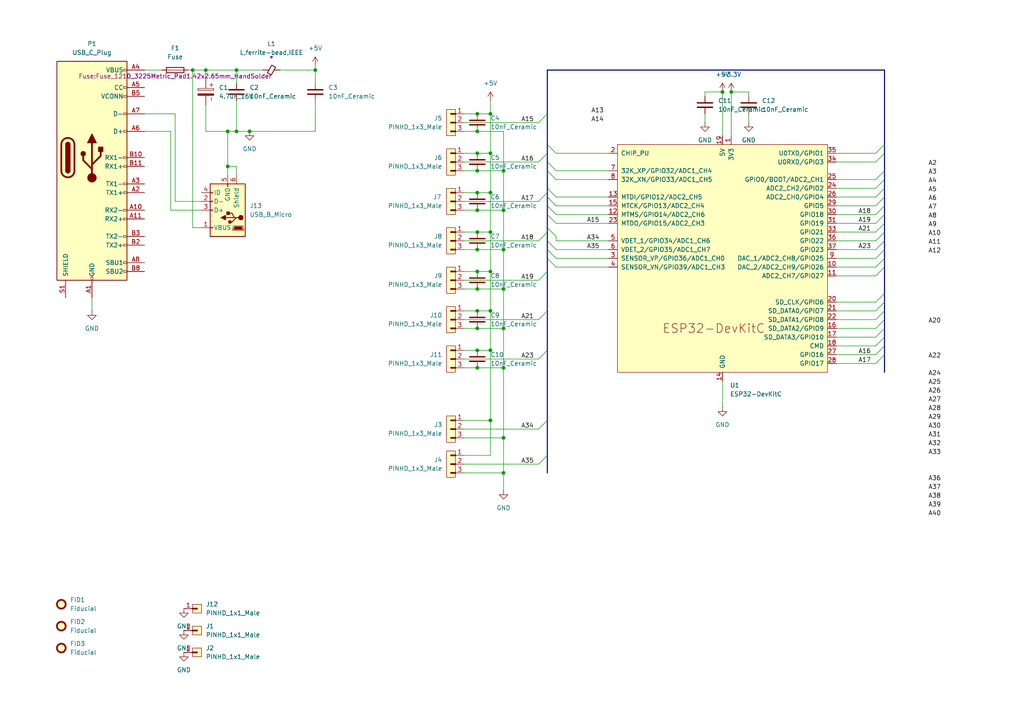
<source format=kicad_sch>
(kicad_sch (version 20231120) (generator "eeschema") (generator_version "8.0")
  (paper "A4")
  (lib_symbols
    (symbol "Connector:USB_B_Micro" (pin_names (offset 1.016))
      (property "Reference" "J" (at -5.08 11.43 0))
      (property "Value" "USB_B_Micro" (at -5.08 8.89 0))
      (symbol "USB_B_Micro_0_1"
        (rectangle (start -5.08 -7.62) (end 5.08 7.62) (stroke (width 0.254)) (fill (type background)))
        (circle (center -3.81 2.159) (radius 0.635) (stroke (width 0.254)) (fill (type outline)))
        (circle (center -0.635 3.429) (radius 0.381) (stroke (width 0.254)) (fill (type outline)))
        (rectangle (start -0.127 -7.62) (end 0.127 -6.858))
        (polyline (pts (xy -1.905 2.159) (xy 0.635 2.159)) (stroke (width 0.254)))
        (polyline (pts (xy -3.175 2.159) (xy -2.54 2.159) (xy -1.27 3.429) (xy -0.635 3.429)) (stroke (width 0.254)))
        (polyline (pts (xy -2.54 2.159) (xy -1.905 2.159) (xy -1.27 0.889) (xy 0 0.889)) (stroke (width 0.254)))
        (polyline (pts (xy 0.635 2.794) (xy 0.635 1.524) (xy 1.905 2.159) (xy 0.635 2.794)) (stroke (width 0.254)) (fill (type outline)))
        (polyline (pts (xy -4.318 5.588) (xy -1.778 5.588) (xy -2.032 4.826) (xy -4.064 4.826) (xy -4.318 5.588)) (fill (type outline)))
        (polyline (pts (xy -4.699 5.842) (xy -4.699 5.588) (xy -4.445 4.826) (xy -4.445 4.572) (xy -1.651 4.572) (xy -1.651 4.826) (xy -1.397 5.588) (xy -1.397 5.842) (xy -4.699 5.842)))
        (rectangle (start 0.254 1.27) (end -0.508 0.508) (stroke (width 0.254)) (fill (type outline)))
        (rectangle (start 5.08 -5.207) (end 4.318 -4.953))
        (rectangle (start 5.08 -2.667) (end 4.318 -2.413))
        (rectangle (start 5.08 -0.127) (end 4.318 0.127))
        (rectangle (start 5.08 4.953) (end 4.318 5.207))
      )
      (symbol "USB_B_Micro_1_1"
        (pin power_out line (at 7.62 5.08 180) (length 2.54) (name "VBUS") (number "1"))
        (pin bidirectional line (at 7.62 -2.54 180) (length 2.54) (name "D-") (number "2"))
        (pin bidirectional line (at 7.62 0 180) (length 2.54) (name "D+") (number "3"))
        (pin passive line (at 7.62 -5.08 180) (length 2.54) (name "ID") (number "4"))
        (pin power_out line (at 0 -10.16 90) (length 2.54) (name "GND") (number "5"))
        (pin passive line (at -2.54 -10.16 90) (length 2.54) (name "Shield") (number "6"))
      )
    )
    (symbol "Connector:USB_C_Plug" (pin_names (offset 1.016))
      (property "Reference" "P" (at -10.16 29.21 0))
      (property "Value" "USB_C_Plug" (at 10.16 29.21 0))
      (symbol "USB_C_Plug_0_0"
        (rectangle (start -0.254 -35.56) (end 0.254 -34.544))
        (rectangle (start 10.16 -32.766) (end 9.144 -33.274))
        (rectangle (start 10.16 -30.226) (end 9.144 -30.734))
        (rectangle (start 10.16 -25.146) (end 9.144 -25.654))
        (rectangle (start 10.16 -22.606) (end 9.144 -23.114))
        (rectangle (start 10.16 -17.526) (end 9.144 -18.034))
        (rectangle (start 10.16 -14.986) (end 9.144 -15.494))
        (rectangle (start 10.16 -9.906) (end 9.144 -10.414))
        (rectangle (start 10.16 -7.366) (end 9.144 -7.874))
        (rectangle (start 10.16 -2.286) (end 9.144 -2.794))
        (rectangle (start 10.16 0.254) (end 9.144 -0.254))
        (rectangle (start 10.16 7.874) (end 9.144 7.366))
        (rectangle (start 10.16 12.954) (end 9.144 12.446))
        (rectangle (start 10.16 18.034) (end 9.144 17.526))
        (rectangle (start 10.16 20.574) (end 9.144 20.066))
        (rectangle (start 10.16 25.654) (end 9.144 25.146))
      )
      (symbol "USB_C_Plug_0_1"
        (rectangle (start -10.16 27.94) (end 10.16 -35.56) (stroke (width 0.254)) (fill (type background)))
        (arc (start -8.89 -3.81) (mid -6.985 -5.7067) (end -5.08 -3.81) (stroke (width 0.508)))
        (arc (start -7.62 -3.81) (mid -6.985 -4.4423) (end -6.35 -3.81) (stroke (width 0.254)))
        (arc (start -7.62 -3.81) (mid -6.985 -4.4423) (end -6.35 -3.81) (stroke (width 0.254)) (fill (type outline)))
        (rectangle (start -7.62 -3.81) (end -6.35 3.81) (stroke (width 0.254)) (fill (type outline)))
        (arc (start -6.35 3.81) (mid -6.985 4.4423) (end -7.62 3.81) (stroke (width 0.254)))
        (arc (start -6.35 3.81) (mid -6.985 4.4423) (end -7.62 3.81) (stroke (width 0.254)) (fill (type outline)))
        (arc (start -5.08 3.81) (mid -6.985 5.7067) (end -8.89 3.81) (stroke (width 0.508)))
        (polyline (pts (xy -8.89 -3.81) (xy -8.89 3.81)) (stroke (width 0.508)))
        (polyline (pts (xy -5.08 3.81) (xy -5.08 -3.81)) (stroke (width 0.508)))
      )
      (symbol "USB_C_Plug_1_1"
        (circle (center -2.54 1.143) (radius 0.635) (stroke (width 0.254)) (fill (type outline)))
        (circle (center 0 -5.842) (radius 1.27) (fill (type outline)))
        (polyline (pts (xy 0 -5.842) (xy 0 4.318)) (stroke (width 0.508)))
        (polyline (pts (xy 0 -3.302) (xy -2.54 -0.762) (xy -2.54 0.508)) (stroke (width 0.508)))
        (polyline (pts (xy 0 -2.032) (xy 2.54 0.508) (xy 2.54 1.778)) (stroke (width 0.508)))
        (polyline (pts (xy -1.27 4.318) (xy 0 6.858) (xy 1.27 4.318) (xy -1.27 4.318)) (stroke (width 0.254)) (fill (type outline)))
        (rectangle (start 1.905 1.778) (end 3.175 3.048) (stroke (width 0.254)) (fill (type outline)))
        (pin passive line (at 0 -40.64 90) (length 5.08) (name "GND") (number "A1"))
        (pin bidirectional line (at 15.24 -15.24 180) (length 5.08) (name "RX2-") (number "A10"))
        (pin bidirectional line (at 15.24 -17.78 180) (length 5.08) (name "RX2+") (number "A11"))
        (pin passive line (at 0 -40.64 90) (length 5.08) hide (name "GND") (number "A12"))
        (pin bidirectional line (at 15.24 -10.16 180) (length 5.08) (name "TX1+") (number "A2"))
        (pin bidirectional line (at 15.24 -7.62 180) (length 5.08) (name "TX1-") (number "A3"))
        (pin passive line (at 15.24 25.4 180) (length 5.08) (name "VBUS") (number "A4"))
        (pin bidirectional line (at 15.24 20.32 180) (length 5.08) (name "CC") (number "A5"))
        (pin bidirectional line (at 15.24 7.62 180) (length 5.08) (name "D+") (number "A6"))
        (pin bidirectional line (at 15.24 12.7 180) (length 5.08) (name "D-") (number "A7"))
        (pin bidirectional line (at 15.24 -30.48 180) (length 5.08) (name "SBU1") (number "A8"))
        (pin passive line (at 15.24 25.4 180) (length 5.08) hide (name "VBUS") (number "A9"))
        (pin passive line (at 0 -40.64 90) (length 5.08) hide (name "GND") (number "B1"))
        (pin bidirectional line (at 15.24 0 180) (length 5.08) (name "RX1-") (number "B10"))
        (pin bidirectional line (at 15.24 -2.54 180) (length 5.08) (name "RX1+") (number "B11"))
        (pin passive line (at 0 -40.64 90) (length 5.08) hide (name "GND") (number "B12"))
        (pin bidirectional line (at 15.24 -25.4 180) (length 5.08) (name "TX2+") (number "B2"))
        (pin bidirectional line (at 15.24 -22.86 180) (length 5.08) (name "TX2-") (number "B3"))
        (pin passive line (at 15.24 25.4 180) (length 5.08) hide (name "VBUS") (number "B4"))
        (pin bidirectional line (at 15.24 17.78 180) (length 5.08) (name "VCONN") (number "B5"))
        (pin bidirectional line (at 15.24 -33.02 180) (length 5.08) (name "SBU2") (number "B8"))
        (pin passive line (at 15.24 25.4 180) (length 5.08) hide (name "VBUS") (number "B9"))
        (pin passive line (at -7.62 -40.64 90) (length 5.08) (name "SHIELD") (number "S1"))
      )
    )
    (symbol "Device:Fuse" (pin_numbers hide) (pin_names (offset 0))
      (property "Reference" "F" (at 2.032 0 90))
      (property "Value" "Fuse" (at -1.905 0 90))
      (symbol "Fuse_0_1"
        (rectangle (start -0.762 -2.54) (end 0.762 2.54) (stroke (width 0.254)))
        (polyline (pts (xy 0 2.54) (xy 0 -2.54)))
      )
      (symbol "Fuse_1_1"
        (pin passive line (at 0 3.81 270) (length 1.27) (name "~") (number "1"))
        (pin passive line (at 0 -3.81 90) (length 1.27) (name "~") (number "2"))
      )
    )
    (symbol "Mechanical:Fiducial" (exclude_from_sim yes) (in_bom no)
      (property "Reference" "FID" (at 0 5.08 0))
      (property "Value" "Fiducial" (at 0 3.175 0))
      (symbol "Fiducial_0_1"
        (circle (center 0 0) (radius 1.27) (stroke (width 0.508)) (fill (type background)))
      )
    )
    (symbol "PCM_Espressif:ESP32-DevKitC" (pin_names (offset 1.016))
      (property "Reference" "U" (at -30.48 38.1 0))
      (property "Value" "ESP32-DevKitC" (at -30.48 35.56 0))
      (symbol "ESP32-DevKitC_0_0"
        (text "ESP32-DevKitC" (at -2.54 -20.32 0) (effects (font (size 2.54 2.54))))
        (pin power_in line (at 0 -35.56 90) (length 2.54) (name "GND") (number "14"))
        (pin power_in line (at 0 35.56 270) (length 2.54) (name "5V") (number "19"))
      )
      (symbol "ESP32-DevKitC_0_1"
        (rectangle (start -30.48 33.02) (end 30.48 -33.02) (fill (type background)))
      )
      (symbol "ESP32-DevKitC_1_1"
        (pin power_in line (at 2.54 35.56 270) (length 2.54) (name "3V3") (number "1"))
        (pin bidirectional line (at 33.02 -2.54 180) (length 2.54) (name "DAC_2/ADC2_CH9/GPIO26") (number "10"))
        (pin bidirectional line (at 33.02 -5.08 180) (length 2.54) (name "ADC2_CH7/GPIO27") (number "11"))
        (pin bidirectional line (at -33.02 12.7 0) (length 2.54) (name "MTMS/GPIO14/ADC2_CH6") (number "12"))
        (pin bidirectional line (at -33.02 17.78 0) (length 2.54) (name "MTDI/GPIO12/ADC2_CH5") (number "13"))
        (pin bidirectional line (at -33.02 15.24 0) (length 2.54) (name "MTCK/GPIO13/ADC2_CH4") (number "15"))
        (pin bidirectional line (at 33.02 -20.32 180) (length 2.54) (name "SD_DATA2/GPIO9") (number "16"))
        (pin bidirectional line (at 33.02 -22.86 180) (length 2.54) (name "SD_DATA3/GPIO10") (number "17"))
        (pin bidirectional line (at 33.02 -25.4 180) (length 2.54) (name "CMD") (number "18"))
        (pin input line (at -33.02 30.48 0) (length 2.54) (name "CHIP_PU") (number "2"))
        (pin bidirectional line (at 33.02 -12.7 180) (length 2.54) (name "SD_CLK/GPIO6") (number "20"))
        (pin bidirectional line (at 33.02 -15.24 180) (length 2.54) (name "SD_DATA0/GPIO7") (number "21"))
        (pin bidirectional line (at 33.02 -17.78 180) (length 2.54) (name "SD_DATA1/GPIO8") (number "22"))
        (pin bidirectional line (at -33.02 10.16 0) (length 2.54) (name "MTDO/GPIO15/ADC2_CH3") (number "23"))
        (pin bidirectional line (at 33.02 20.32 180) (length 2.54) (name "ADC2_CH2/GPIO2") (number "24"))
        (pin bidirectional line (at 33.02 22.86 180) (length 2.54) (name "GPIO0/BOOT/ADC2_CH1") (number "25"))
        (pin bidirectional line (at 33.02 17.78 180) (length 2.54) (name "ADC2_CH0/GPIO4") (number "26"))
        (pin bidirectional line (at 33.02 -27.94 180) (length 2.54) (name "GPIO16") (number "27"))
        (pin bidirectional line (at 33.02 -30.48 180) (length 2.54) (name "GPIO17") (number "28"))
        (pin bidirectional line (at 33.02 15.24 180) (length 2.54) (name "GPIO5") (number "29"))
        (pin input line (at -33.02 0 0) (length 2.54) (name "SENSOR_VP/GPIO36/ADC1_CH0") (number "3"))
        (pin bidirectional line (at 33.02 12.7 180) (length 2.54) (name "GPIO18") (number "30"))
        (pin bidirectional line (at 33.02 10.16 180) (length 2.54) (name "GPIO19") (number "31"))
        (pin passive line (at 0 -35.56 90) (length 2.54) hide (name "GND") (number "32"))
        (pin bidirectional line (at 33.02 7.62 180) (length 2.54) (name "GPIO21") (number "33"))
        (pin bidirectional line (at 33.02 27.94 180) (length 2.54) (name "U0RXD/GPIO3") (number "34"))
        (pin bidirectional line (at 33.02 30.48 180) (length 2.54) (name "U0TXD/GPIO1") (number "35"))
        (pin bidirectional line (at 33.02 5.08 180) (length 2.54) (name "GPIO22") (number "36"))
        (pin bidirectional line (at 33.02 2.54 180) (length 2.54) (name "GPIO23") (number "37"))
        (pin passive line (at 0 -35.56 90) (length 2.54) hide (name "GND") (number "38"))
        (pin input line (at -33.02 -2.54 0) (length 2.54) (name "SENSOR_VN/GPIO39/ADC1_CH3") (number "4"))
        (pin input line (at -33.02 5.08 0) (length 2.54) (name "VDET_1/GPIO34/ADC1_CH6") (number "5"))
        (pin input line (at -33.02 2.54 0) (length 2.54) (name "VDET_2/GPIO35/ADC1_CH7") (number "6"))
        (pin bidirectional line (at -33.02 25.4 0) (length 2.54) (name "32K_XP/GPIO32/ADC1_CH4") (number "7"))
        (pin bidirectional line (at -33.02 22.86 0) (length 2.54) (name "32K_XN/GPIO33/ADC1_CH5") (number "8"))
        (pin bidirectional line (at 33.02 0 180) (length 2.54) (name "DAC_1/ADC2_CH8/GPIO25") (number "9"))
      )
    )
    (symbol "PCM_Generic-50:L,ferrite-bead,IEEE" (pin_numbers hide) (pin_names (offset 0) hide)
      (property "Reference" "L" (at 1.27 -1.905 90))
      (property "Value" "L,ferrite-bead,IEEE" (at -1.27 -1.905 90))
      (property "Indicator" "●" (at -0.635 1.905 90))
      (symbol "L,ferrite-bead,IEEE_1_1"
        (polyline (pts (xy -1.4224 0.0762) (xy -0.7874 1.1938) (xy 1.4224 -0.0762) (xy 0.7874 -1.1938) (xy -1.4224 0.0762)) (stroke (width 0.254)))
        (pin passive line (at 0 2.54 270) (length 1.778) (name "+") (number "1"))
        (pin passive line (at 0 -2.54 90) (length 1.778) (name "-") (number "2"))
      )
    )
    (symbol "PCM_SL_Capacitors:10nF_Ceramic"
      (property "Reference" "C" (at 0 6.35 0))
      (property "Value" "10nF_Ceramic" (at 0 3.81 0))
      (symbol "10nF_Ceramic_0_1"
        (rectangle (start -0.762 2.286) (end -0.508 -2.286) (fill (type outline)))
        (rectangle (start 0.508 2.286) (end 0.762 -2.286) (fill (type outline)))
      )
      (symbol "10nF_Ceramic_1_1"
        (pin passive line (at -2.54 0 0) (length 2) (name "~") (number "1"))
        (pin input line (at 2.54 0 180) (length 2) (name "~") (number "2"))
      )
    )
    (symbol "PCM_SL_Capacitors:4.7uF_16V"
      (property "Reference" "C" (at 0 7.62 0))
      (property "Value" "4.7uF_16V" (at 0 5.08 0))
      (symbol "4.7uF_16V_0_0"
        (text "+" (at -2.032 1.524 0) (effects (font (size 1.27 1.27))))
        (text "-" (at 2.032 1.524 0) (effects (font (size 1.27 1.27))))
      )
      (symbol "4.7uF_16V_0_1"
        (rectangle (start -1.016 -2.286) (end -0.508 2.286))
        (rectangle (start 0.508 -2.286) (end 1.016 2.286) (fill (type outline)))
      )
      (symbol "4.7uF_16V_1_1"
        (pin passive line (at -3.81 0 0) (length 2.7) (name "~") (number "1"))
        (pin input line (at 3.81 0 180) (length 2.7) (name "~") (number "2"))
      )
    )
    (symbol "PCM_SL_Pin_Headers:PINHD_1x1_Male"
      (property "Reference" "J" (at 0 6.35 0))
      (property "Value" "PINHD_1x1_Male" (at 0 3.81 0))
      (symbol "PINHD_1x1_Male_0_1"
        (rectangle (start -1.27 1.27) (end 1.27 -1.27) (fill (type background)))
        (polyline (pts (xy -1.27 0) (xy 0 0)) (stroke (width 0.3)))
        (polyline (pts (xy -1.27 0) (xy 0 0)) (stroke (width 0.5)))
      )
      (symbol "PINHD_1x1_Male_1_1"
        (pin passive line (at -3.81 0 0) (length 2.54) (name "") (number "1"))
      )
    )
    (symbol "PCM_SL_Pin_Headers:PINHD_1x3_Male"
      (property "Reference" "J" (at 0 7.62 0))
      (property "Value" "PINHD_1x3_Male" (at 0 5.08 0))
      (symbol "PINHD_1x3_Male_0_1"
        (rectangle (start -1.27 3.81) (end 1.27 -3.81) (fill (type background)))
        (polyline (pts (xy -1.27 -2.54) (xy 0 -2.54)) (stroke (width 0.3)))
        (polyline (pts (xy -1.27 -2.54) (xy 0 -2.54)) (stroke (width 0.5)))
        (polyline (pts (xy -1.27 0) (xy 0 0)) (stroke (width 0.3)))
        (polyline (pts (xy -1.27 0) (xy 0 0)) (stroke (width 0.5)))
        (polyline (pts (xy -1.27 2.54) (xy 0 2.54)) (stroke (width 0.3)))
        (polyline (pts (xy -1.27 2.54) (xy 0 2.54)) (stroke (width 0.5)))
      )
      (symbol "PINHD_1x3_Male_1_1"
        (pin passive line (at -3.81 2.54 0) (length 2.54) (name "") (number "1"))
        (pin passive line (at -3.81 0 0) (length 2.54) (name "") (number "2"))
        (pin passive line (at -3.81 -2.54 0) (length 2.54) (name "") (number "3"))
      )
    )
    (symbol "power:+3.3V" (power) (pin_numbers hide) (pin_names (offset 0) hide)
      (property "Value" "+3.3V" (at 0 3.556 0))
      (symbol "+3.3V_0_1"
        (polyline (pts (xy -0.762 1.27) (xy 0 2.54)))
        (polyline (pts (xy 0 0) (xy 0 2.54)))
        (polyline (pts (xy 0 2.54) (xy 0.762 1.27)))
      )
      (symbol "+3.3V_1_1"
        (pin power_in line (at 0 0 90) (length 0) (name "~") (number "1"))
      )
    )
    (symbol "power:+5V" (power) (pin_numbers hide) (pin_names (offset 0) hide)
      (property "Value" "+5V" (at 0 3.556 0))
      (symbol "+5V_0_1"
        (polyline (pts (xy -0.762 1.27) (xy 0 2.54)))
        (polyline (pts (xy 0 0) (xy 0 2.54)))
        (polyline (pts (xy 0 2.54) (xy 0.762 1.27)))
      )
      (symbol "+5V_1_1"
        (pin power_in line (at 0 0 90) (length 0) (name "~") (number "1"))
      )
    )
    (symbol "power:GND" (power) (pin_numbers hide) (pin_names (offset 0) hide)
      (property "Value" "GND" (at 0 -3.81 0))
      (symbol "GND_0_1"
        (polyline (pts (xy 0 0) (xy 0 -1.27) (xy 1.27 -1.27) (xy 0 -2.54) (xy -1.27 -1.27) (xy 0 -1.27)))
      )
      (symbol "GND_1_1"
        (pin power_in line (at 0 0 270) (length 0) (name "~") (number "1"))
      )
    )
  )
  (junction (at 146.05 106.68))
  (junction (at 138.43 95.25))
  (junction (at 138.43 33.02))
  (junction (at 142.24 33.02))
  (junction (at 142.24 55.88))
  (junction (at 146.05 127))
  (junction (at 72.39 38.1))
  (junction (at 138.43 83.82))
  (junction (at 138.43 101.6))
  (junction (at 138.43 49.53))
  (junction (at 138.43 90.17))
  (junction (at 212.09 26.67))
  (junction (at 138.43 78.74))
  (junction (at 142.24 121.92))
  (junction (at 138.43 55.88))
  (junction (at 66.04 48.26))
  (junction (at 142.24 101.6))
  (junction (at 66.04 38.1))
  (junction (at 91.44 20.32))
  (junction (at 146.05 72.39))
  (junction (at 142.24 44.45))
  (junction (at 138.43 72.39))
  (junction (at 59.69 20.32))
  (junction (at 138.43 44.45))
  (junction (at 146.05 83.82))
  (junction (at 142.24 78.74))
  (junction (at 209.55 26.67))
  (junction (at 146.05 95.25))
  (junction (at 146.05 137.16))
  (junction (at 138.43 60.96))
  (junction (at 138.43 38.1))
  (junction (at 146.05 49.53))
  (junction (at 146.05 60.96))
  (junction (at 68.58 20.32))
  (junction (at 138.43 67.31))
  (junction (at 142.24 90.17))
  (junction (at 68.58 38.1))
  (junction (at 138.43 106.68))
  (junction (at 55.88 20.32))
  (junction (at 142.24 67.31))
  (bus_entry (at 254 95.25) (size 2.54 -2.54))
  (bus_entry (at 254 72.39) (size 2.54 -2.54))
  (bus_entry (at 158.75 78.74) (size -2.54 2.54))
  (bus_entry (at 254 77.47) (size 2.54 -2.54))
  (bus_entry (at 254 92.71) (size 2.54 -2.54))
  (bus_entry (at 158.75 66.04) (size 2.54 2.54))
  (bus_entry (at 158.75 49.53) (size 2.54 2.54))
  (bus_entry (at 158.75 46.99) (size 2.54 2.54))
  (bus_entry (at 158.75 57.15) (size 2.54 2.54))
  (bus_entry (at 156.21 134.62) (size 2.54 -2.54))
  (bus_entry (at 254 62.23) (size 2.54 -2.54))
  (bus_entry (at 158.75 74.93) (size 2.54 2.54))
  (bus_entry (at 254 74.93) (size 2.54 -2.54))
  (bus_entry (at 158.75 90.17) (size -2.54 2.54))
  (bus_entry (at 254 90.17) (size 2.54 -2.54))
  (bus_entry (at 254 44.45) (size 2.54 -2.54))
  (bus_entry (at 158.75 62.23) (size 2.54 2.54))
  (bus_entry (at 158.75 33.02) (size -2.54 2.54))
  (bus_entry (at 158.75 67.31) (size -2.54 2.54))
  (bus_entry (at 158.75 44.45) (size -2.54 2.54))
  (bus_entry (at 158.75 41.91) (size 2.54 2.54))
  (bus_entry (at 158.75 55.88) (size -2.54 2.54))
  (bus_entry (at 254 105.41) (size 2.54 -2.54))
  (bus_entry (at 158.75 69.85) (size 2.54 2.54))
  (bus_entry (at 254 57.15) (size 2.54 -2.54))
  (bus_entry (at 254 67.31) (size 2.54 -2.54))
  (bus_entry (at 254 46.99) (size 2.54 -2.54))
  (bus_entry (at 254 80.01) (size 2.54 -2.54))
  (bus_entry (at 254 87.63) (size 2.54 -2.54))
  (bus_entry (at 254 102.87) (size 2.54 -2.54))
  (bus_entry (at 254 69.85) (size 2.54 -2.54))
  (bus_entry (at 254 100.33) (size 2.54 -2.54))
  (bus_entry (at 254 97.79) (size 2.54 -2.54))
  (bus_entry (at 158.75 101.6) (size -2.54 2.54))
  (bus_entry (at 254 52.07) (size 2.54 -2.54))
  (bus_entry (at 158.75 72.39) (size 2.54 2.54))
  (bus_entry (at 254 54.61) (size 2.54 -2.54))
  (bus_entry (at 158.75 54.61) (size 2.54 2.54))
  (bus_entry (at 254 59.69) (size 2.54 -2.54))
  (bus_entry (at 158.75 59.69) (size 2.54 2.54))
  (bus_entry (at 254 64.77) (size 2.54 -2.54))
  (bus_entry (at 156.21 124.46) (size 2.54 -2.54))
  (wire (pts (xy 212.09 26.67) (xy 217.17 26.67)))
  (wire (pts (xy 138.43 67.31) (xy 142.24 67.31)))
  (wire (pts (xy 146.05 137.16) (xy 146.05 142.24)))
  (bus (pts (xy 256.54 102.87) (xy 256.54 107.95)))
  (bus (pts (xy 256.54 64.77) (xy 256.54 67.31)))
  (wire (pts (xy 242.57 105.41) (xy 254 105.41)))
  (bus (pts (xy 256.54 59.69) (xy 256.54 62.23)))
  (wire (pts (xy 59.69 38.1) (xy 66.04 38.1)))
  (wire (pts (xy 68.58 48.26) (xy 66.04 48.26)))
  (bus (pts (xy 256.54 44.45) (xy 256.54 49.53)))
  (wire (pts (xy 176.53 69.85) (xy 161.29 69.85)))
  (wire (pts (xy 242.57 100.33) (xy 254 100.33)))
  (bus (pts (xy 256.54 92.71) (xy 256.54 95.25)))
  (wire (pts (xy 242.57 77.47) (xy 254 77.47)))
  (wire (pts (xy 50.8 33.02) (xy 50.8 58.42)))
  (wire (pts (xy 142.24 44.45) (xy 142.24 33.02)))
  (bus (pts (xy 158.75 74.93) (xy 158.75 78.74)))
  (wire (pts (xy 41.91 33.02) (xy 50.8 33.02)))
  (bus (pts (xy 256.54 85.09) (xy 256.54 87.63)))
  (wire (pts (xy 142.24 44.45) (xy 142.24 55.88)))
  (wire (pts (xy 55.88 20.32) (xy 55.88 66.04)))
  (wire (pts (xy 212.09 26.67) (xy 212.09 39.37)))
  (bus (pts (xy 256.54 97.79) (xy 256.54 100.33)))
  (wire (pts (xy 242.57 67.31) (xy 254 67.31)))
  (wire (pts (xy 242.57 92.71) (xy 254 92.71)))
  (bus (pts (xy 256.54 20.32) (xy 158.75 20.32)))
  (wire (pts (xy 242.57 44.45) (xy 254 44.45)))
  (wire (pts (xy 161.29 57.15) (xy 176.53 57.15)))
  (wire (pts (xy 242.57 87.63) (xy 254 87.63)))
  (wire (pts (xy 146.05 83.82) (xy 146.05 95.25)))
  (wire (pts (xy 66.04 38.1) (xy 66.04 48.26)))
  (wire (pts (xy 142.24 132.08) (xy 142.24 121.92)))
  (wire (pts (xy 72.39 38.1) (xy 91.44 38.1)))
  (wire (pts (xy 138.43 78.74) (xy 142.24 78.74)))
  (bus (pts (xy 256.54 67.31) (xy 256.54 69.85)))
  (wire (pts (xy 161.29 44.45) (xy 176.53 44.45)))
  (wire (pts (xy 142.24 90.17) (xy 142.24 101.6)))
  (wire (pts (xy 142.24 67.31) (xy 142.24 78.74)))
  (wire (pts (xy 134.62 134.62) (xy 156.21 134.62)))
  (wire (pts (xy 134.62 90.17) (xy 138.43 90.17)))
  (bus (pts (xy 256.54 62.23) (xy 256.54 64.77)))
  (wire (pts (xy 134.62 60.96) (xy 138.43 60.96)))
  (wire (pts (xy 138.43 49.53) (xy 146.05 49.53)))
  (wire (pts (xy 161.29 69.85) (xy 161.29 68.58)))
  (bus (pts (xy 158.75 121.92) (xy 158.75 132.08)))
  (wire (pts (xy 26.67 86.36) (xy 26.67 90.17)))
  (bus (pts (xy 158.75 44.45) (xy 158.75 41.91)))
  (wire (pts (xy 209.55 26.67) (xy 209.55 39.37)))
  (wire (pts (xy 242.57 80.01) (xy 254 80.01)))
  (wire (pts (xy 242.57 95.25) (xy 254 95.25)))
  (wire (pts (xy 68.58 20.32) (xy 76.2 20.32)))
  (wire (pts (xy 161.29 74.93) (xy 176.53 74.93)))
  (wire (pts (xy 134.62 67.31) (xy 138.43 67.31)))
  (bus (pts (xy 158.75 101.6) (xy 158.75 121.92)))
  (wire (pts (xy 134.62 46.99) (xy 156.21 46.99)))
  (wire (pts (xy 138.43 44.45) (xy 142.24 44.45)))
  (wire (pts (xy 161.29 72.39) (xy 176.53 72.39)))
  (bus (pts (xy 158.75 46.99) (xy 158.75 49.53)))
  (wire (pts (xy 217.17 33.02) (xy 217.17 35.56)))
  (wire (pts (xy 91.44 29.21) (xy 91.44 38.1)))
  (wire (pts (xy 242.57 57.15) (xy 254 57.15)))
  (wire (pts (xy 146.05 72.39) (xy 146.05 83.82)))
  (wire (pts (xy 134.62 132.08) (xy 142.24 132.08)))
  (wire (pts (xy 49.53 38.1) (xy 49.53 60.96)))
  (bus (pts (xy 158.75 41.91) (xy 158.75 33.02)))
  (bus (pts (xy 158.75 66.04) (xy 158.75 67.31)))
  (wire (pts (xy 81.28 20.32) (xy 91.44 20.32)))
  (wire (pts (xy 138.43 33.02) (xy 134.62 33.02)))
  (wire (pts (xy 134.62 121.92) (xy 142.24 121.92)))
  (wire (pts (xy 242.57 52.07) (xy 254 52.07)))
  (wire (pts (xy 242.57 54.61) (xy 254 54.61)))
  (wire (pts (xy 242.57 72.39) (xy 254 72.39)))
  (wire (pts (xy 142.24 55.88) (xy 142.24 67.31)))
  (wire (pts (xy 204.47 35.56) (xy 204.47 33.02)))
  (bus (pts (xy 158.75 44.45) (xy 158.75 46.99)))
  (wire (pts (xy 242.57 74.93) (xy 254 74.93)))
  (wire (pts (xy 55.88 66.04) (xy 58.42 66.04)))
  (bus (pts (xy 158.75 62.23) (xy 158.75 66.04)))
  (wire (pts (xy 161.29 62.23) (xy 176.53 62.23)))
  (wire (pts (xy 134.62 104.14) (xy 156.21 104.14)))
  (bus (pts (xy 158.75 69.85) (xy 158.75 72.39)))
  (wire (pts (xy 59.69 20.32) (xy 59.69 22.86)))
  (wire (pts (xy 68.58 50.8) (xy 68.58 48.26)))
  (wire (pts (xy 134.62 38.1) (xy 138.43 38.1)))
  (wire (pts (xy 242.57 90.17) (xy 254 90.17)))
  (wire (pts (xy 91.44 20.32) (xy 91.44 24.13)))
  (wire (pts (xy 134.62 58.42) (xy 156.21 58.42)))
  (wire (pts (xy 217.17 26.67) (xy 217.17 27.94)))
  (wire (pts (xy 134.62 49.53) (xy 138.43 49.53)))
  (wire (pts (xy 242.57 59.69) (xy 254 59.69)))
  (wire (pts (xy 138.43 60.96) (xy 146.05 60.96)))
  (wire (pts (xy 138.43 55.88) (xy 142.24 55.88)))
  (wire (pts (xy 142.24 29.21) (xy 142.24 33.02)))
  (wire (pts (xy 146.05 127) (xy 146.05 137.16)))
  (wire (pts (xy 134.62 101.6) (xy 138.43 101.6)))
  (wire (pts (xy 242.57 46.99) (xy 254 46.99)))
  (wire (pts (xy 59.69 20.32) (xy 68.58 20.32)))
  (wire (pts (xy 146.05 60.96) (xy 146.05 72.39)))
  (bus (pts (xy 158.75 55.88) (xy 158.75 57.15)))
  (wire (pts (xy 138.43 90.17) (xy 142.24 90.17)))
  (bus (pts (xy 158.75 90.17) (xy 158.75 101.6)))
  (bus (pts (xy 158.75 54.61) (xy 158.75 55.88)))
  (wire (pts (xy 204.47 26.67) (xy 204.47 27.94)))
  (wire (pts (xy 66.04 48.26) (xy 66.04 50.8)))
  (bus (pts (xy 256.54 72.39) (xy 256.54 74.93)))
  (wire (pts (xy 134.62 69.85) (xy 156.21 69.85)))
  (bus (pts (xy 256.54 100.33) (xy 256.54 102.87)))
  (bus (pts (xy 256.54 41.91) (xy 256.54 44.45)))
  (wire (pts (xy 134.62 81.28) (xy 156.21 81.28)))
  (wire (pts (xy 242.57 102.87) (xy 254 102.87)))
  (wire (pts (xy 138.43 95.25) (xy 146.05 95.25)))
  (wire (pts (xy 138.43 38.1) (xy 146.05 38.1)))
  (wire (pts (xy 134.62 106.68) (xy 138.43 106.68)))
  (wire (pts (xy 138.43 72.39) (xy 146.05 72.39)))
  (wire (pts (xy 138.43 83.82) (xy 146.05 83.82)))
  (bus (pts (xy 256.54 57.15) (xy 256.54 59.69)))
  (bus (pts (xy 158.75 78.74) (xy 158.75 90.17)))
  (wire (pts (xy 134.62 55.88) (xy 138.43 55.88)))
  (wire (pts (xy 134.62 127) (xy 146.05 127)))
  (bus (pts (xy 256.54 74.93) (xy 256.54 77.47)))
  (bus (pts (xy 158.75 72.39) (xy 158.75 74.93)))
  (wire (pts (xy 68.58 29.21) (xy 68.58 38.1)))
  (wire (pts (xy 146.05 38.1) (xy 146.05 49.53)))
  (bus (pts (xy 256.54 20.32) (xy 256.54 41.91)))
  (wire (pts (xy 138.43 106.68) (xy 146.05 106.68)))
  (bus (pts (xy 158.75 59.69) (xy 158.75 62.23)))
  (wire (pts (xy 204.47 26.67) (xy 209.55 26.67)))
  (wire (pts (xy 146.05 95.25) (xy 146.05 106.68)))
  (bus (pts (xy 158.75 67.31) (xy 158.75 69.85)))
  (wire (pts (xy 142.24 101.6) (xy 142.24 121.92)))
  (bus (pts (xy 256.54 90.17) (xy 256.54 92.71)))
  (bus (pts (xy 158.75 20.32) (xy 158.75 33.02)))
  (wire (pts (xy 91.44 19.05) (xy 91.44 20.32)))
  (wire (pts (xy 68.58 38.1) (xy 72.39 38.1)))
  (bus (pts (xy 256.54 87.63) (xy 256.54 90.17)))
  (wire (pts (xy 55.88 20.32) (xy 59.69 20.32)))
  (wire (pts (xy 161.29 52.07) (xy 176.53 52.07)))
  (bus (pts (xy 256.54 69.85) (xy 256.54 72.39)))
  (bus (pts (xy 256.54 49.53) (xy 256.54 52.07)))
  (bus (pts (xy 158.75 57.15) (xy 158.75 59.69)))
  (wire (pts (xy 161.29 59.69) (xy 176.53 59.69)))
  (wire (pts (xy 134.62 35.56) (xy 156.21 35.56)))
  (wire (pts (xy 134.62 83.82) (xy 138.43 83.82)))
  (wire (pts (xy 242.57 62.23) (xy 254 62.23)))
  (wire (pts (xy 142.24 33.02) (xy 138.43 33.02)))
  (wire (pts (xy 134.62 92.71) (xy 156.21 92.71)))
  (wire (pts (xy 142.24 78.74) (xy 142.24 90.17)))
  (wire (pts (xy 134.62 95.25) (xy 138.43 95.25)))
  (wire (pts (xy 138.43 101.6) (xy 142.24 101.6)))
  (wire (pts (xy 161.29 77.47) (xy 176.53 77.47)))
  (wire (pts (xy 68.58 20.32) (xy 68.58 24.13)))
  (bus (pts (xy 256.54 54.61) (xy 256.54 57.15)))
  (bus (pts (xy 158.75 49.53) (xy 158.75 54.61)))
  (wire (pts (xy 134.62 124.46) (xy 156.21 124.46)))
  (wire (pts (xy 146.05 49.53) (xy 146.05 60.96)))
  (wire (pts (xy 41.91 20.32) (xy 46.99 20.32)))
  (wire (pts (xy 50.8 58.42) (xy 58.42 58.42)))
  (wire (pts (xy 41.91 38.1) (xy 49.53 38.1)))
  (wire (pts (xy 49.53 60.96) (xy 58.42 60.96)))
  (wire (pts (xy 54.61 20.32) (xy 55.88 20.32)))
  (wire (pts (xy 134.62 137.16) (xy 146.05 137.16)))
  (wire (pts (xy 134.62 44.45) (xy 138.43 44.45)))
  (wire (pts (xy 209.55 110.49) (xy 209.55 118.11)))
  (wire (pts (xy 134.62 78.74) (xy 138.43 78.74)))
  (wire (pts (xy 242.57 64.77) (xy 254 64.77)))
  (bus (pts (xy 256.54 77.47) (xy 256.54 85.09)))
  (wire (pts (xy 146.05 106.68) (xy 146.05 127)))
  (wire (pts (xy 66.04 38.1) (xy 68.58 38.1)))
  (wire (pts (xy 161.29 64.77) (xy 176.53 64.77)))
  (wire (pts (xy 161.29 49.53) (xy 176.53 49.53)))
  (wire (pts (xy 242.57 97.79) (xy 254 97.79)))
  (wire (pts (xy 134.62 72.39) (xy 138.43 72.39)))
  (bus (pts (xy 158.75 132.08) (xy 158.75 137.16)))
  (bus (pts (xy 256.54 52.07) (xy 256.54 54.61)))
  (bus (pts (xy 256.54 95.25) (xy 256.54 97.79)))
  (wire (pts (xy 242.57 69.85) (xy 254 69.85)))
  (wire (pts (xy 59.69 30.48) (xy 59.69 38.1)))
  (label "A37" (at 187.96 -69.85 0))
  (label "A34" (at 170.18 69.85 0))
  (label "A12" (at 269.24 73.66 0))
  (label "A13" (at 171.45 33.02 0))
  (label "A3" (at 269.24 50.8 0))
  (label "A32" (at 269.24 129.54 0))
  (label "A5" (at 269.24 55.88 0))
  (label "A31" (at 269.24 127 0))
  (label "A31" (at 177.8 -46.99 0))
  (label "A22" (at 269.24 104.14 0))
  (label "A14" (at 171.45 35.56 0))
  (label "A36" (at 187.96 -67.31 0))
  (label "A20" (at 177.8 -62.23 0))
  (label "A33" (at 269.24 132.08 0))
  (label "A24" (at 177.8 -39.37 0))
  (label "A15" (at 170.18 64.77 0))
  (label "A23" (at 248.92 72.39 0))
  (label "A35" (at 151.13 134.62 0))
  (label "A30" (at 269.24 124.46 0))
  (label "A39" (at 187.96 -52.07 0))
  (label "A34" (at 151.13 124.46 0))
  (label "A17" (at 248.92 105.41 0))
  (label "A40" (at 269.24 149.86 0))
  (label "A23" (at 151.13 104.14 0))
  (label "A16" (at 151.13 46.99 0))
  (label "A12" (at 177.8 -72.39 0))
  (label "A26" (at 269.24 114.3 0))
  (label "A6" (at 187.96 -39.37 0))
  (label "A30" (at 167.64 -46.99 0))
  (label "A4" (at 269.24 53.34 0))
  (label "A8" (at 269.24 63.5 0))
  (label "A25" (at 269.24 111.76 0))
  (label "A15" (at 151.13 35.56 0))
  (label "A9" (at 154.94 -52.07 0))
  (label "A28" (at 269.24 119.38 0))
  (label "A29" (at 167.64 -49.53 0))
  (label "A26" (at 177.8 -44.45 0))
  (label "A33" (at 154.94 -44.45 0))
  (label "A11" (at 177.8 -52.07 0))
  (label "A11" (at 269.24 71.12 0))
  (label "A2" (at 269.24 48.26 0))
  (label "A16" (at 248.92 102.87 0))
  (label "A7" (at 187.96 -36.83 0))
  (label "A7" (at 269.24 60.96 0))
  (label "A39" (at 269.24 147.32 0))
  (label "A6" (at 269.24 58.42 0))
  (label "A17" (at 151.13 58.42 0))
  (label "A4" (at 187.96 -44.45 0))
  (label "A2" (at 160.02 -52.07 0))
  (label "A5" (at 187.96 -41.91 0))
  (label "A25" (at 177.8 -36.83 0))
  (label "A19" (at 151.13 81.28 0))
  (label "A21" (at 151.13 92.71 0))
  (label "A38" (at 269.24 144.78 0))
  (label "A19" (at 248.92 64.77 0))
  (label "A18" (at 151.13 69.85 0))
  (label "A18" (at 248.92 62.23 0))
  (label "A22" (at 177.8 -57.15 0))
  (label "A21" (at 248.92 67.31 0))
  (label "A29" (at 269.24 121.92 0))
  (label "A37" (at 269.24 142.24 0))
  (label "A35" (at 170.18 72.39 0))
  (label "A28" (at 167.64 -52.07 0))
  (label "A20" (at 269.24 93.98 0))
  (label "A27" (at 187.96 -54.61 0))
  (label "A27" (at 269.24 116.84 0))
  (label "A24" (at 269.24 109.22 0))
  (label "A36" (at 269.24 139.7 0))
  (label "A8" (at 154.94 -54.61 0))
  (label "A9" (at 269.24 66.04 0))
  (label "A32" (at 154.94 -46.99 0))
  (label "A10" (at 269.24 68.58 0))
  (label "A38" (at 187.96 -49.53 0))
  (label "A10" (at 177.8 -54.61 0))
  (symbol (lib_id "PCM_SL_Capacitors:10nF_Ceramic") (at 138.43 92.71 90) (unit 1)
    (property "Reference" "C9" (at 142.24 91.4399 90) (effects (justify right)))
    (property "Value" "10nF_Ceramic" (at 142.24 93.9799 90) (effects (justify right)))
    (property "Footprint" "LED_SMD:LED_0805_2012Metric_Pad1.15x1.40mm_HandSolder" (effects (hide yes)))
    (property "Description" "10nF Ceramic Capacitor" (effects (hide yes)))
  )
  (symbol (lib_id "power:GND") (at 53.34 189.23 0) (unit 1)
    (property "Reference" "#PWR012" (effects (hide yes)))
    (property "Value" "GND" (at 53.34 194.31 0))
    (property "Description" "Power symbol creates a global label with name \"GND\" , ground" (effects (hide yes)))
  )
  (symbol (lib_id "Mechanical:Fiducial") (at 17.78 181.61 0) (unit 1) (exclude_from_sim yes) (in_bom no)
    (property "Reference" "FID2" (at 20.32 180.3399 0) (effects (justify left)))
    (property "Value" "Fiducial" (at 20.32 182.8799 0) (effects (justify left)))
    (property "Footprint" "Fiducial:Fiducial_0.75mm_Mask2.25mm" (effects (hide yes)))
    (property "Description" "Fiducial Marker" (effects (hide yes)))
  )
  (symbol (lib_id "PCM_SL_Capacitors:10nF_Ceramic") (at 204.47 30.48 90) (unit 1)
    (property "Reference" "C11" (at 208.28 29.2099 90) (effects (justify right)))
    (property "Value" "10nF_Ceramic" (at 208.28 31.7499 90) (effects (justify right)))
    (property "Footprint" "LED_SMD:LED_0805_2012Metric_Pad1.15x1.40mm_HandSolder" (effects (hide yes)))
    (property "Description" "10nF Ceramic Capacitor" (effects (hide yes)))
  )
  (symbol (lib_id "PCM_SL_Capacitors:10nF_Ceramic") (at 138.43 58.42 90) (unit 1)
    (property "Reference" "C6" (at 142.24 57.1499 90) (effects (justify right)))
    (property "Value" "10nF_Ceramic" (at 142.24 59.6899 90) (effects (justify right)))
    (property "Footprint" "LED_SMD:LED_0805_2012Metric_Pad1.15x1.40mm_HandSolder" (effects (hide yes)))
    (property "Description" "10nF Ceramic Capacitor" (effects (hide yes)))
  )
  (symbol (lib_id "PCM_SL_Capacitors:10nF_Ceramic") (at 138.43 35.56 90) (unit 1)
    (property "Reference" "C4" (at 142.24 34.2899 90) (effects (justify right)))
    (property "Value" "10nF_Ceramic" (at 142.24 36.8299 90) (effects (justify right)))
    (property "Footprint" "LED_SMD:LED_0805_2012Metric_Pad1.15x1.40mm_HandSolder" (effects (hide yes)))
    (property "Description" "10nF Ceramic Capacitor" (effects (hide yes)))
  )
  (symbol (lib_id "PCM_SL_Pin_Headers:PINHD_1x3_Male") (at 130.81 104.14 0) (mirror y) (unit 1)
    (property "Reference" "J11" (at 128.27 102.8699 0) (effects (justify left)))
    (property "Value" "PINHD_1x3_Male" (at 128.27 105.4099 0) (effects (justify left)))
    (property "Footprint" "Connector_PinHeader_2.54mm:PinHeader_1x03_P2.54mm_Vertical" (effects (hide yes)))
    (property "Description" "Pin Header male with pin space 2.54mm. Pin Count -3" (effects (hide yes)))
  )
  (symbol (lib_id "Connector:USB_B_Micro") (at 66.04 60.96 180) (unit 1)
    (property "Reference" "J13" (at 72.39 59.6899 0) (effects (justify right)))
    (property "Value" "USB_B_Micro" (at 72.39 62.2299 0) (effects (justify right)))
    (property "Footprint" "Connector_USB:USB_Micro-B_Amphenol_10118193-0002LF_Horizontal" (effects (hide yes)))
    (property "Description" "USB Micro Type B connector" (effects (hide yes)))
  )
  (symbol (lib_id "PCM_SL_Pin_Headers:PINHD_1x3_Male") (at 130.81 134.62 0) (mirror y) (unit 1)
    (property "Reference" "J4" (at 128.27 133.3499 0) (effects (justify left)))
    (property "Value" "PINHD_1x3_Male" (at 128.27 135.8899 0) (effects (justify left)))
    (property "Footprint" "Connector_PinHeader_2.54mm:PinHeader_1x03_P2.54mm_Vertical" (effects (hide yes)))
    (property "Description" "Pin Header male with pin space 2.54mm. Pin Count -3" (effects (hide yes)))
  )
  (symbol (lib_id "PCM_SL_Pin_Headers:PINHD_1x3_Male") (at 130.81 81.28 0) (mirror y) (unit 1)
    (property "Reference" "J9" (at 128.27 80.0099 0) (effects (justify left)))
    (property "Value" "PINHD_1x3_Male" (at 128.27 82.5499 0) (effects (justify left)))
    (property "Footprint" "Connector_PinHeader_2.54mm:PinHeader_1x03_P2.54mm_Vertical" (effects (hide yes)))
    (property "Description" "Pin Header male with pin space 2.54mm. Pin Count -3" (effects (hide yes)))
  )
  (symbol (lib_id "Device:Fuse") (at 50.8 20.32 90) (unit 1)
    (property "Reference" "F1" (at 50.8 13.97 90))
    (property "Value" "Fuse" (at 50.8 16.51 90))
    (property "Footprint" "Fuse:Fuse_1210_3225Metric_Pad1.42x2.65mm_HandSolder" (at 50.8 22.098 90))
    (property "Description" "Fuse" (effects (hide yes)))
  )
  (symbol (lib_id "Mechanical:Fiducial") (at 17.78 175.26 0) (unit 1) (exclude_from_sim yes) (in_bom no)
    (property "Reference" "FID1" (at 20.32 173.9899 0) (effects (justify left)))
    (property "Value" "Fiducial" (at 20.32 176.5299 0) (effects (justify left)))
    (property "Footprint" "Fiducial:Fiducial_0.75mm_Mask2.25mm" (effects (hide yes)))
    (property "Description" "Fiducial Marker" (effects (hide yes)))
  )
  (symbol (lib_id "power:GND") (at 53.34 182.88 0) (unit 1)
    (property "Reference" "#PWR011" (effects (hide yes)))
    (property "Value" "GND" (at 53.34 187.96 0))
    (property "Description" "Power symbol creates a global label with name \"GND\" , ground" (effects (hide yes)))
  )
  (symbol (lib_id "power:GND") (at 72.39 38.1 0) (unit 1)
    (property "Reference" "#PWR01" (effects (hide yes)))
    (property "Value" "GND" (at 72.39 43.18 0))
    (property "Description" "Power symbol creates a global label with name \"GND\" , ground" (effects (hide yes)))
  )
  (symbol (lib_id "PCM_SL_Capacitors:10nF_Ceramic") (at 138.43 69.85 90) (unit 1)
    (property "Reference" "C7" (at 142.24 68.5799 90) (effects (justify right)))
    (property "Value" "10nF_Ceramic" (at 142.24 71.1199 90) (effects (justify right)))
    (property "Footprint" "LED_SMD:LED_0805_2012Metric_Pad1.15x1.40mm_HandSolder" (effects (hide yes)))
    (property "Description" "10nF Ceramic Capacitor" (effects (hide yes)))
  )
  (symbol (lib_id "power:+5V") (at 142.24 29.21 0) (unit 1)
    (property "Reference" "#PWR06" (effects (hide yes)))
    (property "Value" "+5V" (at 142.24 24.13 0))
    (property "Description" "Power symbol creates a global label with name \"+5V\"" (effects (hide yes)))
  )
  (symbol (lib_id "PCM_SL_Pin_Headers:PINHD_1x3_Male") (at 130.81 92.71 0) (mirror y) (unit 1)
    (property "Reference" "J10" (at 128.27 91.4399 0) (effects (justify left)))
    (property "Value" "PINHD_1x3_Male" (at 128.27 93.9799 0) (effects (justify left)))
    (property "Footprint" "Connector_PinHeader_2.54mm:PinHeader_1x03_P2.54mm_Vertical" (effects (hide yes)))
    (property "Description" "Pin Header male with pin space 2.54mm. Pin Count -3" (effects (hide yes)))
  )
  (symbol (lib_id "PCM_SL_Pin_Headers:PINHD_1x3_Male") (at 130.81 69.85 0) (mirror y) (unit 1)
    (property "Reference" "J8" (at 128.27 68.5799 0) (effects (justify left)))
    (property "Value" "PINHD_1x3_Male" (at 128.27 71.1199 0) (effects (justify left)))
    (property "Footprint" "Connector_PinHeader_2.54mm:PinHeader_1x03_P2.54mm_Vertical" (effects (hide yes)))
    (property "Description" "Pin Header male with pin space 2.54mm. Pin Count -3" (effects (hide yes)))
  )
  (symbol (lib_id "PCM_SL_Pin_Headers:PINHD_1x1_Male") (at 57.15 189.23 0) (unit 1)
    (property "Reference" "J2" (at 59.69 187.9599 0) (effects (justify left)))
    (property "Value" "PINHD_1x1_Male" (at 59.69 190.4999 0) (effects (justify left)))
    (property "Footprint" "MountingHole:MountingHole_3.5mm_Pad" (effects (hide yes)))
    (property "Description" "Pin Header male with pin space 2.54mm. Pin Count -1" (effects (hide yes)))
  )
  (symbol (lib_id "PCM_SL_Capacitors:10nF_Ceramic") (at 68.58 26.67 90) (unit 1)
    (property "Reference" "C2" (at 72.39 25.3999 90) (effects (justify right)))
    (property "Value" "10nF_Ceramic" (at 72.39 27.9399 90) (effects (justify right)))
    (property "Footprint" "LED_SMD:LED_0805_2012Metric_Pad1.15x1.40mm_HandSolder" (effects (hide yes)))
    (property "Description" "10nF Ceramic Capacitor" (effects (hide yes)))
  )
  (symbol (lib_id "power:GND") (at 26.67 90.17 0) (unit 1)
    (property "Reference" "#PWR04" (effects (hide yes)))
    (property "Value" "GND" (at 26.67 95.25 0))
    (property "Description" "Power symbol creates a global label with name \"GND\" , ground" (effects (hide yes)))
  )
  (symbol (lib_id "PCM_SL_Capacitors:10nF_Ceramic") (at 138.43 81.28 90) (unit 1)
    (property "Reference" "C8" (at 142.24 80.0099 90) (effects (justify right)))
    (property "Value" "10nF_Ceramic" (at 142.24 82.5499 90) (effects (justify right)))
    (property "Footprint" "LED_SMD:LED_0805_2012Metric_Pad1.15x1.40mm_HandSolder" (effects (hide yes)))
    (property "Description" "10nF Ceramic Capacitor" (effects (hide yes)))
  )
  (symbol (lib_id "PCM_SL_Capacitors:10nF_Ceramic") (at 138.43 104.14 90) (unit 1)
    (property "Reference" "C10" (at 142.24 102.8699 90) (effects (justify right)))
    (property "Value" "10nF_Ceramic" (at 142.24 105.4099 90) (effects (justify right)))
    (property "Footprint" "LED_SMD:LED_0805_2012Metric_Pad1.15x1.40mm_HandSolder" (effects (hide yes)))
    (property "Description" "10nF Ceramic Capacitor" (effects (hide yes)))
  )
  (symbol (lib_id "power:GND") (at 53.34 176.53 0) (unit 1)
    (property "Reference" "#PWR013" (effects (hide yes)))
    (property "Value" "GND" (at 53.34 181.61 0))
    (property "Description" "Power symbol creates a global label with name \"GND\" , ground" (effects (hide yes)))
  )
  (symbol (lib_id "power:+5V") (at 91.44 19.05 0) (unit 1)
    (property "Reference" "#PWR03" (effects (hide yes)))
    (property "Value" "+5V" (at 91.44 13.97 0))
    (property "Description" "Power symbol creates a global label with name \"+5V\"" (effects (hide yes)))
  )
  (symbol (lib_id "PCM_SL_Pin_Headers:PINHD_1x1_Male") (at 57.15 182.88 0) (unit 1)
    (property "Reference" "J1" (at 59.69 181.6099 0) (effects (justify left)))
    (property "Value" "PINHD_1x1_Male" (at 59.69 184.1499 0) (effects (justify left)))
    (property "Footprint" "MountingHole:MountingHole_3.5mm_Pad" (effects (hide yes)))
    (property "Description" "Pin Header male with pin space 2.54mm. Pin Count -1" (effects (hide yes)))
  )
  (symbol (lib_id "power:GND") (at 204.47 35.56 0) (unit 1)
    (property "Reference" "#PWR08" (effects (hide yes)))
    (property "Value" "GND" (at 204.47 40.64 0))
    (property "Description" "Power symbol creates a global label with name \"GND\" , ground" (effects (hide yes)))
  )
  (symbol (lib_id "PCM_SL_Capacitors:10nF_Ceramic") (at 138.43 46.99 90) (unit 1)
    (property "Reference" "C5" (at 142.24 45.7199 90) (effects (justify right)))
    (property "Value" "10nF_Ceramic" (at 142.24 48.2599 90) (effects (justify right)))
    (property "Footprint" "LED_SMD:LED_0805_2012Metric_Pad1.15x1.40mm_HandSolder" (effects (hide yes)))
    (property "Description" "10nF Ceramic Capacitor" (effects (hide yes)))
  )
  (symbol (lib_id "PCM_SL_Capacitors:10nF_Ceramic") (at 217.17 30.48 90) (unit 1)
    (property "Reference" "C12" (at 220.98 29.2099 90) (effects (justify right)))
    (property "Value" "10nF_Ceramic" (at 220.98 31.7499 90) (effects (justify right)))
    (property "Footprint" "LED_SMD:LED_0805_2012Metric_Pad1.15x1.40mm_HandSolder" (effects (hide yes)))
    (property "Description" "10nF Ceramic Capacitor" (effects (hide yes)))
  )
  (symbol (lib_id "PCM_SL_Pin_Headers:PINHD_1x3_Male") (at 130.81 58.42 0) (mirror y) (unit 1)
    (property "Reference" "J7" (at 128.016 57.15 0) (effects (justify left)))
    (property "Value" "PINHD_1x3_Male" (at 128.27 59.6899 0) (effects (justify left)))
    (property "Footprint" "Connector_PinHeader_2.54mm:PinHeader_1x03_P2.54mm_Vertical" (effects (hide yes)))
    (property "Description" "Pin Header male with pin space 2.54mm. Pin Count -3" (effects (hide yes)))
  )
  (symbol (lib_id "power:GND") (at 146.05 142.24 0) (unit 1)
    (property "Reference" "#PWR07" (effects (hide yes)))
    (property "Value" "GND" (at 146.05 147.32 0))
    (property "Description" "Power symbol creates a global label with name \"GND\" , ground" (effects (hide yes)))
  )
  (symbol (lib_id "power:GND") (at 209.55 118.11 0) (unit 1)
    (property "Reference" "#PWR02" (effects (hide yes)))
    (property "Value" "GND" (at 209.55 123.19 0))
    (property "Description" "Power symbol creates a global label with name \"GND\" , ground" (effects (hide yes)))
  )
  (symbol (lib_id "PCM_SL_Pin_Headers:PINHD_1x1_Male") (at 57.15 176.53 0) (unit 1)
    (property "Reference" "J12" (at 59.69 175.2599 0) (effects (justify left)))
    (property "Value" "PINHD_1x1_Male" (at 59.69 177.7999 0) (effects (justify left)))
    (property "Footprint" "MountingHole:MountingHole_3.5mm_Pad" (effects (hide yes)))
    (property "Description" "Pin Header male with pin space 2.54mm. Pin Count -1" (effects (hide yes)))
  )
  (symbol (lib_id "PCM_Espressif:ESP32-DevKitC") (at 209.55 74.93 0) (unit 1)
    (property "Reference" "U1" (at 211.7441 111.76 0) (effects (justify left)))
    (property "Value" "ESP32-DevKitC" (at 211.7441 114.3 0) (effects (justify left)))
    (property "Footprint" "PCM_Espressif:ESP32-DevKitC" (effects (hide yes)))
    (property "Datasheet" "https://docs.espressif.com/projects/esp-idf/zh_CN/latest/esp32/hw-reference/esp32/get-started-devkitc.html" (effects (hide yes)))
    (property "Description" "Development Kit" (effects (hide yes)))
  )
  (symbol (lib_id "PCM_SL_Pin_Headers:PINHD_1x3_Male") (at 130.81 35.56 0) (mirror y) (unit 1)
    (property "Reference" "J5" (at 128.27 34.2899 0) (effects (justify left)))
    (property "Value" "PINHD_1x3_Male" (at 128.27 36.8299 0) (effects (justify left)))
    (property "Footprint" "Connector_PinHeader_2.54mm:PinHeader_1x03_P2.54mm_Vertical" (effects (hide yes)))
    (property "Description" "Pin Header male with pin space 2.54mm. Pin Count -3" (effects (hide yes)))
  )
  (symbol (lib_id "power:+5V") (at 209.55 26.67 0) (unit 1)
    (property "Reference" "#PWR05" (effects (hide yes)))
    (property "Value" "+5V" (at 209.55 21.59 0))
    (property "Description" "Power symbol creates a global label with name \"+5V\"" (effects (hide yes)))
  )
  (symbol (lib_id "power:GND") (at 217.17 35.56 0) (unit 1)
    (property "Reference" "#PWR010" (effects (hide yes)))
    (property "Value" "GND" (at 217.17 40.64 0))
    (property "Description" "Power symbol creates a global label with name \"GND\" , ground" (effects (hide yes)))
  )
  (symbol (lib_id "PCM_SL_Capacitors:10nF_Ceramic") (at 91.44 26.67 90) (unit 1)
    (property "Reference" "C3" (at 95.25 25.3999 90) (effects (justify right)))
    (property "Value" "10nF_Ceramic" (at 95.25 27.9399 90) (effects (justify right)))
    (property "Footprint" "LED_SMD:LED_0805_2012Metric_Pad1.15x1.40mm_HandSolder" (effects (hide yes)))
    (property "Description" "10nF Ceramic Capacitor" (effects (hide yes)))
  )
  (symbol (lib_id "PCM_SL_Pin_Headers:PINHD_1x3_Male") (at 130.81 46.99 0) (mirror y) (unit 1)
    (property "Reference" "J6" (at 128.27 45.7199 0) (effects (justify left)))
    (property "Value" "PINHD_1x3_Male" (at 128.27 48.2599 0) (effects (justify left)))
    (property "Footprint" "Connector_PinHeader_2.54mm:PinHeader_1x03_P2.54mm_Vertical" (effects (hide yes)))
    (property "Description" "Pin Header male with pin space 2.54mm. Pin Count -3" (effects (hide yes)))
  )
  (symbol (lib_id "power:+3.3V") (at 212.09 26.67 0) (unit 1)
    (property "Reference" "#PWR09" (effects (hide yes)))
    (property "Value" "+3.3V" (at 212.09 21.59 0))
    (property "Description" "Power symbol creates a global label with name \"+3.3V\"" (effects (hide yes)))
  )
  (symbol (lib_id "PCM_Generic-50:L,ferrite-bead,IEEE") (at 78.74 20.32 270) (unit 1)
    (property "Reference" "L1" (at 78.74 12.7 90))
    (property "Value" "L,ferrite-bead,IEEE" (at 78.74 15.24 90))
    (property "Footprint" "LED_SMD:LED_0805_2012Metric_Pad1.15x1.40mm_HandSolder" (effects (hide yes)))
    (property "Description" "ferrite bead ring (IEEE)" (effects (hide yes)))
    (property "Indicator" "●" (at 78.74 16.51 90) (effects (font (size 0.635 0.635))))
  )
  (symbol (lib_id "Mechanical:Fiducial") (at 17.78 187.96 0) (unit 1) (exclude_from_sim yes) (in_bom no)
    (property "Reference" "FID3" (at 20.32 186.6899 0) (effects (justify left)))
    (property "Value" "Fiducial" (at 20.32 189.2299 0) (effects (justify left)))
    (property "Footprint" "Fiducial:Fiducial_0.75mm_Mask2.25mm" (effects (hide yes)))
    (property "Description" "Fiducial Marker" (effects (hide yes)))
  )
  (symbol (lib_id "Connector:USB_C_Plug") (at 26.67 45.72 0) (unit 1)
    (property "Reference" "P1" (at 26.67 12.7 0))
    (property "Value" "USB_C_Plug" (at 26.67 15.24 0))
    (property "Footprint" "Connector_USB:USB_C_Receptacle_GCT_USB4105-xx-A_16P_TopMnt_Horizontal" (effects (hide yes)))
    (property "Datasheet" "https://www.usb.org/sites/default/files/documents/usb_type-c.zip" (effects (hide yes)))
    (property "Description" "USB Type-C Plug connector" (effects (hide yes)))
  )
  (symbol (lib_id "PCM_SL_Pin_Headers:PINHD_1x3_Male") (at 130.81 124.46 0) (mirror y) (unit 1)
    (property "Reference" "J3" (at 128.27 123.1899 0) (effects (justify left)))
    (property "Value" "PINHD_1x3_Male" (at 128.27 125.7299 0) (effects (justify left)))
    (property "Footprint" "Connector_PinHeader_2.54mm:PinHeader_1x03_P2.54mm_Vertical" (effects (hide yes)))
    (property "Description" "Pin Header male with pin space 2.54mm. Pin Count -3" (effects (hide yes)))
  )
  (symbol (lib_id "PCM_SL_Capacitors:4.7uF_16V") (at 59.69 26.67 270) (unit 1)
    (property "Reference" "C1" (at 63.5 25.3999 90) (effects (justify left)))
    (property "Value" "4.7uF_16V" (at 63.5 27.9399 90) (effects (justify left)))
    (property "Footprint" "Capacitor_THT:CP_Radial_D5.0mm_P2.00mm" (effects (hide yes)))
    (property "Description" "4.7uF, 16V Electrolytic Capacitor" (effects (hide yes)))
  )
)
</source>
